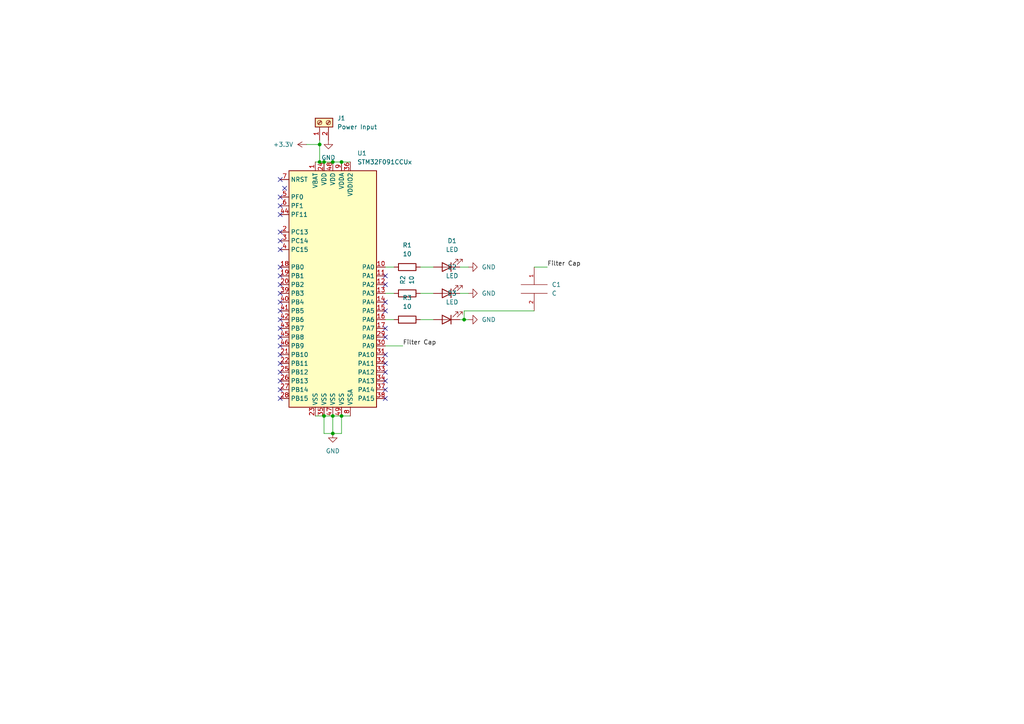
<source format=kicad_sch>
(kicad_sch (version 20211123) (generator eeschema)
  (paper "A4")
  (lib_symbols
    (symbol "Connector:Screw_Terminal_01x02" (pin_names (offset 1.016) hide)
      (property "Reference" "J" (at 0 2.54 0))
      (property "Value" "Screw_Terminal_01x02" (at 0 -5.08 0))
      (symbol "Screw_Terminal_01x02_1_1"
        (rectangle (start -1.27 1.27) (end 1.27 -3.81) (stroke (width 0.254)) (fill (type background)))
        (circle (center 0 -2.54) (radius 0.635) (stroke (width 0.1524)))
        (polyline (pts (xy -0.5334 -2.2098) (xy 0.3302 -3.048)) (stroke (width 0.1524)))
        (polyline (pts (xy -0.5334 0.3302) (xy 0.3302 -0.508)) (stroke (width 0.1524)))
        (polyline (pts (xy -0.3556 -2.032) (xy 0.508 -2.8702)) (stroke (width 0.1524)))
        (polyline (pts (xy -0.3556 0.508) (xy 0.508 -0.3302)) (stroke (width 0.1524)))
        (circle (center 0 0) (radius 0.635) (stroke (width 0.1524)))
        (pin passive line (at -5.08 0 0) (length 3.81) (name "Pin_1") (number "1"))
        (pin passive line (at -5.08 -2.54 0) (length 3.81) (name "Pin_2") (number "2"))
      )
    )
    (symbol "Device:LED" (pin_numbers hide) (pin_names (offset 1.016) hide)
      (property "Reference" "D" (at 0 2.54 0))
      (property "Value" "LED" (at 0 -2.54 0))
      (symbol "LED_0_1"
        (polyline (pts (xy -1.27 -1.27) (xy -1.27 1.27)) (stroke (width 0.254)))
        (polyline (pts (xy -1.27 0) (xy 1.27 0)))
        (polyline (pts (xy 1.27 -1.27) (xy 1.27 1.27) (xy -1.27 0) (xy 1.27 -1.27)) (stroke (width 0.254)))
        (polyline (pts (xy -3.048 -0.762) (xy -4.572 -2.286) (xy -3.81 -2.286) (xy -4.572 -2.286) (xy -4.572 -1.524)))
        (polyline (pts (xy -1.778 -0.762) (xy -3.302 -2.286) (xy -2.54 -2.286) (xy -3.302 -2.286) (xy -3.302 -1.524)))
      )
      (symbol "LED_1_1"
        (pin passive line (at -3.81 0 0) (length 2.54) (name "K") (number "1"))
        (pin passive line (at 3.81 0 180) (length 2.54) (name "A") (number "2"))
      )
    )
    (symbol "Device:R" (pin_numbers hide) (pin_names (offset 0))
      (property "Reference" "R" (at 2.032 0 90))
      (property "Value" "R" (at 0 0 90))
      (symbol "R_0_1"
        (rectangle (start -1.016 -2.54) (end 1.016 2.54) (stroke (width 0.254)))
      )
      (symbol "R_1_1"
        (pin passive line (at 0 3.81 270) (length 1.27) (name "~") (number "1"))
        (pin passive line (at 0 -3.81 90) (length 1.27) (name "~") (number "2"))
      )
    )
    (symbol "MCU_ST_STM32F0:STM32F091CCUx"
      (property "Reference" "U" (at -12.7 34.29 0))
      (property "Value" "STM32F091CCUx" (at 7.62 34.29 0))
      (symbol "STM32F091CCUx_0_1"
        (rectangle (start -12.7 -35.56) (end 12.7 33.02) (stroke (width 0.254)) (fill (type background)))
      )
      (symbol "STM32F091CCUx_1_1"
        (pin power_in line (at -5.08 35.56 270) (length 2.54) (name "VBAT") (number "1"))
        (pin bidirectional line (at 15.24 5.08 180) (length 2.54) (name "PA0") (number "10"))
        (pin bidirectional line (at 15.24 2.54 180) (length 2.54) (name "PA1") (number "11"))
        (pin bidirectional line (at 15.24 0 180) (length 2.54) (name "PA2") (number "12"))
        (pin bidirectional line (at 15.24 -2.54 180) (length 2.54) (name "PA3") (number "13"))
        (pin bidirectional line (at 15.24 -5.08 180) (length 2.54) (name "PA4") (number "14"))
        (pin bidirectional line (at 15.24 -7.62 180) (length 2.54) (name "PA5") (number "15"))
        (pin bidirectional line (at 15.24 -10.16 180) (length 2.54) (name "PA6") (number "16"))
        (pin bidirectional line (at 15.24 -12.7 180) (length 2.54) (name "PA7") (number "17"))
        (pin bidirectional line (at -15.24 5.08 0) (length 2.54) (name "PB0") (number "18"))
        (pin bidirectional line (at -15.24 2.54 0) (length 2.54) (name "PB1") (number "19"))
        (pin bidirectional line (at -15.24 15.24 0) (length 2.54) (name "PC13") (number "2"))
        (pin bidirectional line (at -15.24 0 0) (length 2.54) (name "PB2") (number "20"))
        (pin bidirectional line (at -15.24 -20.32 0) (length 2.54) (name "PB10") (number "21"))
        (pin bidirectional line (at -15.24 -22.86 0) (length 2.54) (name "PB11") (number "22"))
        (pin power_in line (at -5.08 -38.1 90) (length 2.54) (name "VSS") (number "23"))
        (pin power_in line (at -2.54 35.56 270) (length 2.54) (name "VDD") (number "24"))
        (pin bidirectional line (at -15.24 -25.4 0) (length 2.54) (name "PB12") (number "25"))
        (pin bidirectional line (at -15.24 -27.94 0) (length 2.54) (name "PB13") (number "26"))
        (pin bidirectional line (at -15.24 -30.48 0) (length 2.54) (name "PB14") (number "27"))
        (pin bidirectional line (at -15.24 -33.02 0) (length 2.54) (name "PB15") (number "28"))
        (pin bidirectional line (at 15.24 -15.24 180) (length 2.54) (name "PA8") (number "29"))
        (pin bidirectional line (at -15.24 12.7 0) (length 2.54) (name "PC14") (number "3"))
        (pin bidirectional line (at 15.24 -17.78 180) (length 2.54) (name "PA9") (number "30"))
        (pin bidirectional line (at 15.24 -20.32 180) (length 2.54) (name "PA10") (number "31"))
        (pin bidirectional line (at 15.24 -22.86 180) (length 2.54) (name "PA11") (number "32"))
        (pin bidirectional line (at 15.24 -25.4 180) (length 2.54) (name "PA12") (number "33"))
        (pin bidirectional line (at 15.24 -27.94 180) (length 2.54) (name "PA13") (number "34"))
        (pin power_in line (at -2.54 -38.1 90) (length 2.54) (name "VSS") (number "35"))
        (pin power_in line (at 5.08 35.56 270) (length 2.54) (name "VDDIO2") (number "36"))
        (pin bidirectional line (at 15.24 -30.48 180) (length 2.54) (name "PA14") (number "37"))
        (pin bidirectional line (at 15.24 -33.02 180) (length 2.54) (name "PA15") (number "38"))
        (pin bidirectional line (at -15.24 -2.54 0) (length 2.54) (name "PB3") (number "39"))
        (pin bidirectional line (at -15.24 10.16 0) (length 2.54) (name "PC15") (number "4"))
        (pin bidirectional line (at -15.24 -5.08 0) (length 2.54) (name "PB4") (number "40"))
        (pin bidirectional line (at -15.24 -7.62 0) (length 2.54) (name "PB5") (number "41"))
        (pin bidirectional line (at -15.24 -10.16 0) (length 2.54) (name "PB6") (number "42"))
        (pin bidirectional line (at -15.24 -12.7 0) (length 2.54) (name "PB7") (number "43"))
        (pin bidirectional line (at -15.24 20.32 0) (length 2.54) (name "PF11") (number "44"))
        (pin bidirectional line (at -15.24 -15.24 0) (length 2.54) (name "PB8") (number "45"))
        (pin bidirectional line (at -15.24 -17.78 0) (length 2.54) (name "PB9") (number "46"))
        (pin power_in line (at 0 -38.1 90) (length 2.54) (name "VSS") (number "47"))
        (pin power_in line (at 0 35.56 270) (length 2.54) (name "VDD") (number "48"))
        (pin power_in line (at 2.54 -38.1 90) (length 2.54) (name "VSS") (number "49"))
        (pin input line (at -15.24 25.4 0) (length 2.54) (name "PF0") (number "5"))
        (pin input line (at -15.24 22.86 0) (length 2.54) (name "PF1") (number "6"))
        (pin input line (at -15.24 30.48 0) (length 2.54) (name "NRST") (number "7"))
        (pin power_in line (at 5.08 -38.1 90) (length 2.54) (name "VSSA") (number "8"))
        (pin power_in line (at 2.54 35.56 270) (length 2.54) (name "VDDA") (number "9"))
      )
    )
    (symbol "power:+3.3V" (power) (pin_names (offset 0))
      (property "Value" "+3.3V" (at 0 3.556 0))
      (symbol "+3.3V_0_1"
        (polyline (pts (xy -0.762 1.27) (xy 0 2.54)))
        (polyline (pts (xy 0 0) (xy 0 2.54)))
        (polyline (pts (xy 0 2.54) (xy 0.762 1.27)))
      )
      (symbol "+3.3V_1_1"
        (pin power_in line (at 0 0 90) (length 0) hide (name "+3.3V") (number "1"))
      )
    )
    (symbol "power:GND" (power) (pin_names (offset 0))
      (property "Value" "GND" (at 0 -3.81 0))
      (symbol "GND_0_1"
        (polyline (pts (xy 0 0) (xy 0 -1.27) (xy 1.27 -1.27) (xy 0 -2.54) (xy -1.27 -1.27) (xy 0 -1.27)))
      )
      (symbol "GND_1_1"
        (pin power_in line (at 0 0 270) (length 0) hide (name "GND") (number "1"))
      )
    )
    (symbol "pspice:C" (pin_names (offset 0.254))
      (property "Reference" "C" (at 2.54 3.81 90))
      (property "Value" "C" (at 2.54 -3.81 90))
      (symbol "C_0_1"
        (polyline (pts (xy -3.81 -1.27) (xy 3.81 -1.27)))
        (polyline (pts (xy -3.81 1.27) (xy 3.81 1.27)))
      )
      (symbol "C_1_1"
        (pin passive line (at 0 6.35 270) (length 5.08) (name "~") (number "1"))
        (pin passive line (at 0 -6.35 90) (length 5.08) (name "~") (number "2"))
      )
    )
  )
  (junction (at 92.71 46.99))
  (junction (at 93.98 120.65))
  (junction (at 96.52 120.65))
  (junction (at 134.62 92.71))
  (junction (at 96.52 46.99))
  (junction (at 99.06 46.99))
  (junction (at 92.71 41.91))
  (junction (at 99.06 120.65))
  (junction (at 96.52 125.73))
  (junction (at 93.98 46.99))
  (no_connect (at 111.76 80.01))
  (no_connect (at 81.28 67.31))
  (no_connect (at 81.28 85.09))
  (no_connect (at 81.28 82.55))
  (no_connect (at 111.76 110.49))
  (no_connect (at 81.28 87.63))
  (no_connect (at 81.28 80.01))
  (no_connect (at 81.28 115.57))
  (no_connect (at 81.28 95.25))
  (no_connect (at 111.76 105.41))
  (no_connect (at 111.76 113.03))
  (no_connect (at 111.76 82.55))
  (no_connect (at 81.28 102.87))
  (no_connect (at 81.28 52.07))
  (no_connect (at 111.76 95.25))
  (no_connect (at 81.28 110.49))
  (no_connect (at 81.28 92.71))
  (no_connect (at 111.76 115.57))
  (no_connect (at 111.76 90.17))
  (no_connect (at 81.28 100.33))
  (no_connect (at 81.28 90.17))
  (no_connect (at 81.28 97.79))
  (no_connect (at 81.28 62.23))
  (no_connect (at 81.28 107.95))
  (no_connect (at 111.76 97.79))
  (no_connect (at 81.28 105.41))
  (no_connect (at 81.28 113.03))
  (no_connect (at 81.28 77.47))
  (no_connect (at 111.76 87.63))
  (no_connect (at 111.76 102.87))
  (no_connect (at 111.76 107.95))
  (no_connect (at 82.55 54.61))
  (no_connect (at 81.28 72.39))
  (no_connect (at 81.28 59.69))
  (no_connect (at 81.28 69.85))
  (no_connect (at 81.28 57.15))
  (wire (pts (xy 154.94 90.17) (xy 134.62 90.17)))
  (wire (pts (xy 99.06 120.65) (xy 101.6 120.65)))
  (wire (pts (xy 93.98 125.73) (xy 96.52 125.73)))
  (wire (pts (xy 99.06 46.99) (xy 101.6 46.99)))
  (wire (pts (xy 91.44 120.65) (xy 93.98 120.65)))
  (wire (pts (xy 134.62 92.71) (xy 135.89 92.71)))
  (wire (pts (xy 111.76 100.33) (xy 116.84 100.33)))
  (wire (pts (xy 121.92 77.47) (xy 125.73 77.47)))
  (wire (pts (xy 92.71 41.91) (xy 92.71 46.99)))
  (wire (pts (xy 121.92 85.09) (xy 125.73 85.09)))
  (wire (pts (xy 133.35 92.71) (xy 134.62 92.71)))
  (wire (pts (xy 93.98 120.65) (xy 96.52 120.65)))
  (wire (pts (xy 121.92 92.71) (xy 125.73 92.71)))
  (wire (pts (xy 111.76 85.09) (xy 114.3 85.09)))
  (wire (pts (xy 92.71 46.99) (xy 93.98 46.99)))
  (wire (pts (xy 92.71 46.99) (xy 91.44 46.99)))
  (wire (pts (xy 133.35 85.09) (xy 135.89 85.09)))
  (wire (pts (xy 99.06 125.73) (xy 96.52 125.73)))
  (wire (pts (xy 96.52 120.65) (xy 96.52 125.73)))
  (wire (pts (xy 133.35 77.47) (xy 135.89 77.47)))
  (wire (pts (xy 154.94 77.47) (xy 158.75 77.47)))
  (wire (pts (xy 99.06 120.65) (xy 99.06 125.73)))
  (wire (pts (xy 93.98 46.99) (xy 96.52 46.99)))
  (wire (pts (xy 96.52 120.65) (xy 99.06 120.65)))
  (wire (pts (xy 92.71 40.64) (xy 92.71 41.91)))
  (wire (pts (xy 134.62 90.17) (xy 134.62 92.71)))
  (wire (pts (xy 88.9 41.91) (xy 92.71 41.91)))
  (wire (pts (xy 111.76 92.71) (xy 114.3 92.71)))
  (wire (pts (xy 111.76 77.47) (xy 114.3 77.47)))
  (wire (pts (xy 96.52 46.99) (xy 99.06 46.99)))
  (wire (pts (xy 93.98 120.65) (xy 93.98 125.73)))
  (label "Filter Cap" (at 158.75 77.47 0))
  (label "Filter Cap" (at 116.84 100.33 0))
  (symbol (lib_id "pspice:C") (at 154.94 83.82 0) (unit 1)
    (property "Reference" "C1" (at 160.02 82.5499 0) (effects (justify left)))
    (property "Value" "C" (at 160.02 85.0899 0) (effects (justify left)))
    (property "Footprint" "Capacitor_SMD:C_0603_1608Metric" (effects hide))
  )
  (symbol (lib_id "Device:R") (at 118.11 77.47 90) (unit 1)
    (property "Reference" "R1" (at 118.11 71.12 90))
    (property "Value" "10" (at 118.11 73.66 90))
    (property "Footprint" "Resistor_SMD:R_0805_2012Metric" (effects hide))
  )
  (symbol (lib_id "Device:LED") (at 129.54 77.47 180) (unit 1)
    (property "Reference" "D1" (at 131.1275 69.85 0))
    (property "Value" "LED" (at 131.1275 72.39 0))
    (property "Footprint" "LED_SMD:LED_0603_1608Metric" (effects hide))
  )
  (symbol (lib_id "Device:R") (at 118.11 92.71 90) (unit 1)
    (property "Reference" "R3" (at 118.11 86.36 90))
    (property "Value" "10" (at 118.11 88.9 90))
    (property "Footprint" "Resistor_THT:R_Axial_DIN0207_L6.3mm_D2.5mm_P2.54mm_Vertical" (effects hide))
  )
  (symbol (lib_id "power:GND") (at 96.52 125.73 0) (unit 1)
    (property "Reference" "#PWR02" (effects hide))
    (property "Value" "GND" (at 96.52 130.81 0))
  )
  (symbol (lib_id "MCU_ST_STM32F0:STM32F091CCUx") (at 96.52 82.55 0) (unit 1)
    (property "Reference" "U1" (at 103.6194 44.45 0) (effects (justify left)))
    (property "Value" "STM32F091CCUx" (at 103.6194 46.99 0) (effects (justify left)))
    (property "Footprint" "Package_DFN_QFN:QFN-48-1EP_7x7mm_P0.5mm_EP5.6x5.6mm" (effects hide))
    (property "Datasheet" "http://www.st.com/st-web-ui/static/active/en/resource/technical/document/datasheet/DM00115237.pdf" (effects hide))
  )
  (symbol (lib_id "Device:R") (at 118.11 85.09 90) (unit 1)
    (property "Reference" "R2" (at 116.8399 82.55 0) (effects (justify left)))
    (property "Value" "10" (at 119.3799 82.55 0) (effects (justify left)))
    (property "Footprint" "Resistor_SMD:R_0805_2012Metric" (effects hide))
  )
  (symbol (lib_id "power:GND") (at 135.89 77.47 90) (unit 1)
    (property "Reference" "#PWR03" (effects hide))
    (property "Value" "GND" (at 139.7 77.4699 90) (effects (justify right)))
  )
  (symbol (lib_id "power:GND") (at 95.25 40.64 0) (unit 1)
    (property "Reference" "#PWR01" (effects hide))
    (property "Value" "GND" (at 95.25 45.72 0))
  )
  (symbol (lib_id "power:+3.3V") (at 88.9 41.91 90) (unit 1)
    (property "Reference" "#PWR0101" (effects hide))
    (property "Value" "+3.3V" (at 85.09 41.9099 90) (effects (justify left)))
  )
  (symbol (lib_id "power:GND") (at 135.89 92.71 90) (unit 1)
    (property "Reference" "#PWR05" (effects hide))
    (property "Value" "GND" (at 139.7 92.7099 90) (effects (justify right)))
  )
  (symbol (lib_id "Device:LED") (at 129.54 92.71 180) (unit 1)
    (property "Reference" "D3" (at 131.1275 85.09 0))
    (property "Value" "LED" (at 131.1275 87.63 0))
    (property "Footprint" "LED_SMD:LED_0603_1608Metric" (effects hide))
  )
  (symbol (lib_id "Connector:Screw_Terminal_01x02") (at 92.71 35.56 90) (unit 1)
    (property "Reference" "J1" (at 97.79 34.2899 90) (effects (justify right)))
    (property "Value" "Power Input" (at 97.79 36.8299 90) (effects (justify right)))
    (property "Footprint" "TerminalBlock_4Ucon:TerminalBlock_4Ucon_1x08_P3.50mm_Horizontal" (effects hide))
  )
  (symbol (lib_id "power:GND") (at 135.89 85.09 90) (unit 1)
    (property "Reference" "#PWR04" (effects hide))
    (property "Value" "GND" (at 139.7 85.0899 90) (effects (justify right)))
  )
  (symbol (lib_id "Device:LED") (at 129.54 85.09 180) (unit 1)
    (property "Reference" "D2" (at 131.1275 77.47 0))
    (property "Value" "LED" (at 131.1275 80.01 0))
    (property "Footprint" "LED_SMD:LED_0603_1608Metric" (effects hide))
  )
)
</source>
